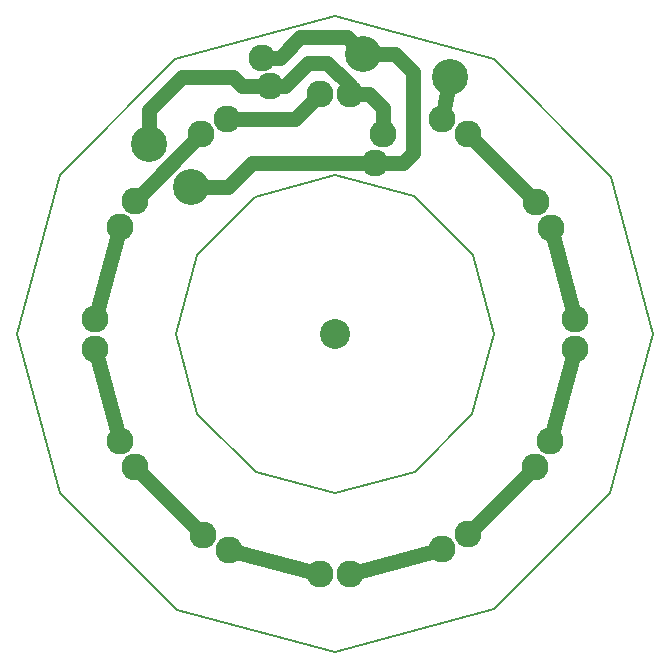
<source format=gtl>
G04 (created by PCBNEW (2013-03-15 BZR 4003)-stable) date 10-Jun-13 3:13:06 PM*
%MOIN*%
G04 Gerber Fmt 3.4, Leading zero omitted, Abs format*
%FSLAX34Y34*%
G01*
G70*
G90*
G04 APERTURE LIST*
%ADD10C,0.006*%
%ADD11C,0.00590551*%
%ADD12C,0.1*%
%ADD13C,0.12*%
%ADD14C,0.09*%
%ADD15C,0.05*%
G04 APERTURE END LIST*
G54D10*
G54D11*
X-5315Y9175D02*
X0Y10600D01*
X-9175Y5310D02*
X-5315Y9175D01*
X-10600Y0D02*
X-9175Y5310D01*
X-9175Y-5310D02*
X-10600Y0D01*
X-5255Y-9205D02*
X-9175Y-5310D01*
X0Y-10600D02*
X-5255Y-9205D01*
X5315Y-9170D02*
X0Y-10600D01*
X9175Y-5310D02*
X5315Y-9170D01*
X10600Y0D02*
X9175Y-5310D01*
X9205Y5255D02*
X10600Y0D01*
X5315Y9175D02*
X9205Y5255D01*
X0Y10600D02*
X5315Y9175D01*
X-2660Y4585D02*
X-5Y5300D01*
X-4590Y2655D02*
X-2660Y4585D01*
X-5300Y-5D02*
X-4590Y2655D01*
X-4585Y-2660D02*
X-5300Y-5D01*
X-2625Y-4605D02*
X-4585Y-2660D01*
X0Y-5300D02*
X-2625Y-4605D01*
X2660Y-4585D02*
X0Y-5300D01*
X4585Y-2655D02*
X2660Y-4585D01*
X5300Y0D02*
X4585Y-2655D01*
X4605Y2630D02*
X5300Y0D01*
X2655Y4590D02*
X4605Y2630D01*
X0Y5300D02*
X2655Y4590D01*
G54D12*
X0Y0D03*
G54D13*
X-4782Y4912D03*
X-6197Y6327D03*
G54D14*
X1340Y5717D03*
X1599Y6682D03*
G54D13*
X951Y9338D03*
X3848Y8561D03*
G54D14*
X-2429Y9222D03*
X-2170Y8257D03*
X3576Y7170D03*
X4443Y6670D03*
X6700Y4393D03*
X7200Y3526D03*
X8000Y500D03*
X8000Y-500D03*
X7170Y-3576D03*
X6670Y-4443D03*
X4443Y-6670D03*
X3576Y-7170D03*
X500Y-8000D03*
X-500Y-8000D03*
X-3536Y-7200D03*
X-4403Y-6700D03*
X-6670Y-4443D03*
X-7170Y-3576D03*
X-8000Y-500D03*
X-8000Y500D03*
X-7170Y3576D03*
X-6670Y4443D03*
X-4453Y6670D03*
X-3586Y7170D03*
X-510Y8000D03*
X490Y8000D03*
G54D15*
X1340Y5717D02*
X2267Y5717D01*
X2001Y9338D02*
X951Y9338D01*
X2600Y8740D02*
X2001Y9338D01*
X2600Y6050D02*
X2600Y8740D01*
X2267Y5717D02*
X2600Y6050D01*
X-4782Y4912D02*
X-3567Y4912D01*
X-2762Y5717D02*
X1340Y5717D01*
X-3567Y4912D02*
X-2762Y5717D01*
X951Y9338D02*
X951Y9348D01*
X951Y9348D02*
X400Y9900D01*
X400Y9900D02*
X-1150Y9900D01*
X-1150Y9900D02*
X-1827Y9222D01*
X-1827Y9222D02*
X-2429Y9222D01*
X1599Y6682D02*
X1599Y7550D01*
X1150Y8000D02*
X490Y8000D01*
X1599Y7550D02*
X1150Y8000D01*
X-6197Y6327D02*
X-6197Y7472D01*
X-3097Y8257D02*
X-3400Y8560D01*
X-3400Y8560D02*
X-5110Y8560D01*
X-3097Y8257D02*
X-2170Y8257D01*
X-6197Y7472D02*
X-5110Y8560D01*
X490Y8000D02*
X490Y8290D01*
X-1672Y8257D02*
X-2170Y8257D01*
X-900Y9030D02*
X-1672Y8257D01*
X-250Y9030D02*
X-900Y9030D01*
X490Y8290D02*
X-250Y9030D01*
X3576Y7170D02*
X3848Y8561D01*
X-8000Y500D02*
X-7170Y3576D01*
X6670Y-4443D02*
X4443Y-6670D01*
X8000Y-500D02*
X7170Y-3576D01*
X7200Y3526D02*
X8000Y500D01*
X4443Y6670D02*
X6700Y4393D01*
X-500Y-8000D02*
X-3536Y-7200D01*
X-3586Y7170D02*
X-1340Y7170D01*
X-1340Y7170D02*
X-510Y8000D01*
X3576Y-7170D02*
X500Y-8000D01*
X-6670Y4443D02*
X-4453Y6670D01*
X-7170Y-3576D02*
X-8000Y-500D01*
X-4403Y-6700D02*
X-6670Y-4443D01*
M02*

</source>
